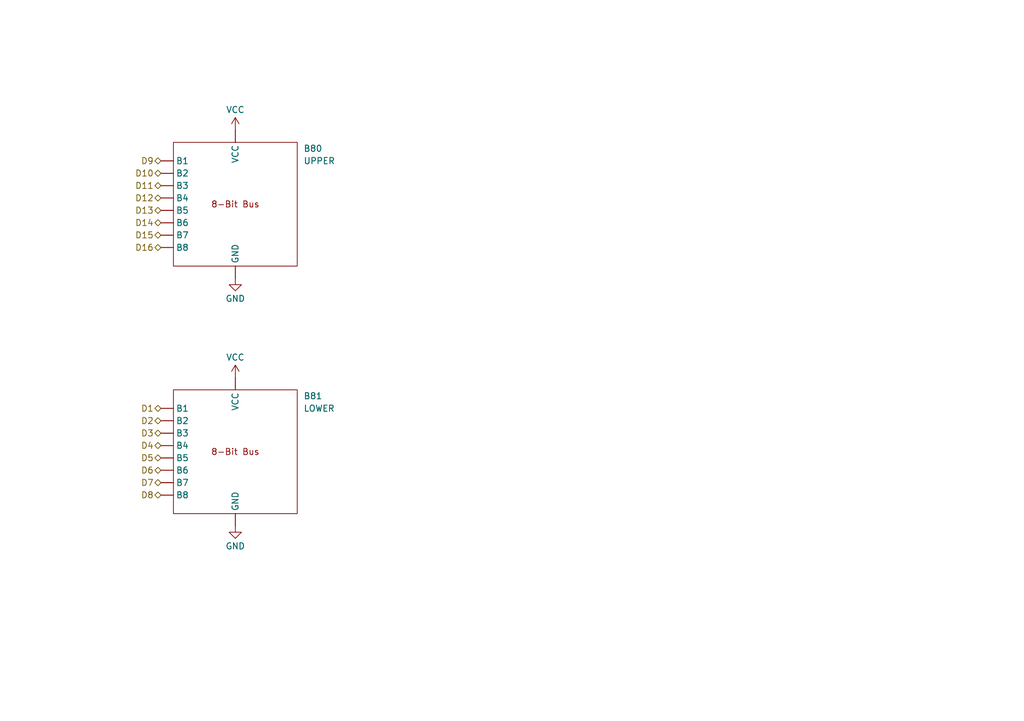
<source format=kicad_sch>
(kicad_sch (version 20230121) (generator eeschema)
  (paper "A5")
  (lib_symbols
    (symbol "MiniDragon:8-bit Bus"
      (property "Reference" "B" (at -12.7 13.97 0))
      (symbol "8-bit Bus_0_1"
        (rectangle (start -12.7 12.7) (end 12.7 -12.7))
      )
      (symbol "8-bit Bus_1_1"
        (text "8-Bit Bus" (at 0 0 0) (effects (font (size 1.27 1.27))))
        (pin bidirectional line (at -15.24 8.89 0) (length 2.54) (name "B1") (number ""))
        (pin bidirectional line (at -15.24 6.35 0) (length 2.54) (name "B2") (number ""))
        (pin bidirectional line (at -15.24 3.81 0) (length 2.54) (name "B3") (number ""))
        (pin bidirectional line (at -15.24 1.27 0) (length 2.54) (name "B4") (number ""))
        (pin bidirectional line (at -15.24 -1.27 0) (length 2.54) (name "B5") (number ""))
        (pin bidirectional line (at -15.24 -3.81 0) (length 2.54) (name "B6") (number ""))
        (pin bidirectional line (at -15.24 -6.35 0) (length 2.54) (name "B7") (number ""))
        (pin bidirectional line (at -15.24 -8.89 0) (length 2.54) (name "B8") (number ""))
        (pin power_in line (at 0 -15.24 90) (length 2.54) (name "GND") (number ""))
        (pin power_in line (at 0 15.24 270) (length 2.54) (name "VCC") (number ""))
      )
    )
    (symbol "power:GND" (power) (pin_names (offset 0))
      (property "Value" "GND" (at 0 -3.81 0))
      (symbol "GND_0_1"
        (polyline (pts (xy 0 0) (xy 0 -1.27) (xy 1.27 -1.27) (xy 0 -2.54) (xy -1.27 -1.27) (xy 0 -1.27)))
      )
      (symbol "GND_1_1"
        (pin power_in line (at 0 0 270) (length 0) hide (name "GND") (number "1"))
      )
    )
    (symbol "power:VCC" (power) (pin_names (offset 0))
      (property "Value" "VCC" (at 0 3.81 0))
      (symbol "VCC_0_1"
        (polyline (pts (xy -0.762 1.27) (xy 0 2.54)))
        (polyline (pts (xy 0 0) (xy 0 2.54)))
        (polyline (pts (xy 0 2.54) (xy 0.762 1.27)))
      )
      (symbol "VCC_1_1"
        (pin power_in line (at 0 0 90) (length 0) hide (name "VCC") (number "1"))
      )
    )
  )
  (hierarchical_label "D11" (shape bidirectional) (at 33.02 38.1 180))
  (hierarchical_label "D1" (shape bidirectional) (at 33.02 83.82 180))
  (hierarchical_label "D12" (shape bidirectional) (at 33.02 40.64 180))
  (hierarchical_label "D5" (shape bidirectional) (at 33.02 93.98 180))
  (hierarchical_label "D9" (shape bidirectional) (at 33.02 33.02 180))
  (hierarchical_label "D6" (shape bidirectional) (at 33.02 96.52 180))
  (hierarchical_label "D8" (shape bidirectional) (at 33.02 101.6 180))
  (hierarchical_label "D14" (shape bidirectional) (at 33.02 45.72 180))
  (hierarchical_label "D10" (shape bidirectional) (at 33.02 35.56 180))
  (hierarchical_label "D13" (shape bidirectional) (at 33.02 43.18 180))
  (hierarchical_label "D15" (shape bidirectional) (at 33.02 48.26 180))
  (hierarchical_label "D4" (shape bidirectional) (at 33.02 91.44 180))
  (hierarchical_label "D16" (shape bidirectional) (at 33.02 50.8 180))
  (hierarchical_label "D2" (shape bidirectional) (at 33.02 86.36 180))
  (hierarchical_label "D7" (shape bidirectional) (at 33.02 99.06 180))
  (hierarchical_label "D3" (shape bidirectional) (at 33.02 88.9 180))
  (symbol (lib_id "power:GND") (at 48.26 57.15 0) (unit 1)
    (property "Reference" "#PWR0169" (effects hide))
    (property "Value" "GND" (at 48.26 61.2831 0))
  )
  (symbol (lib_id "power:GND") (at 48.26 107.95 0) (unit 1)
    (property "Reference" "#PWR0171" (effects hide))
    (property "Value" "GND" (at 48.26 112.0831 0))
  )
  (symbol (lib_id "MiniDragon:8-bit Bus") (at 48.26 92.71 0) (unit 1)
    (property "Reference" "B81" (at 62.23 81.28 0) (effects (justify left)))
    (property "Value" "LOWER" (at 62.23 83.82 0) (effects (justify left)))
  )
  (symbol (lib_id "power:VCC") (at 48.26 26.67 0) (unit 1)
    (property "Reference" "#PWR0168" (effects hide))
    (property "Value" "VCC" (at 48.26 22.5369 0))
  )
  (symbol (lib_id "power:VCC") (at 48.26 77.47 0) (unit 1)
    (property "Reference" "#PWR0170" (effects hide))
    (property "Value" "VCC" (at 48.26 73.3369 0))
  )
  (symbol (lib_id "MiniDragon:8-bit Bus") (at 48.26 41.91 0) (unit 1)
    (property "Reference" "B80" (at 62.23 30.48 0) (effects (justify left)))
    (property "Value" "UPPER" (at 62.23 33.02 0) (effects (justify left)))
  )
)
</source>
